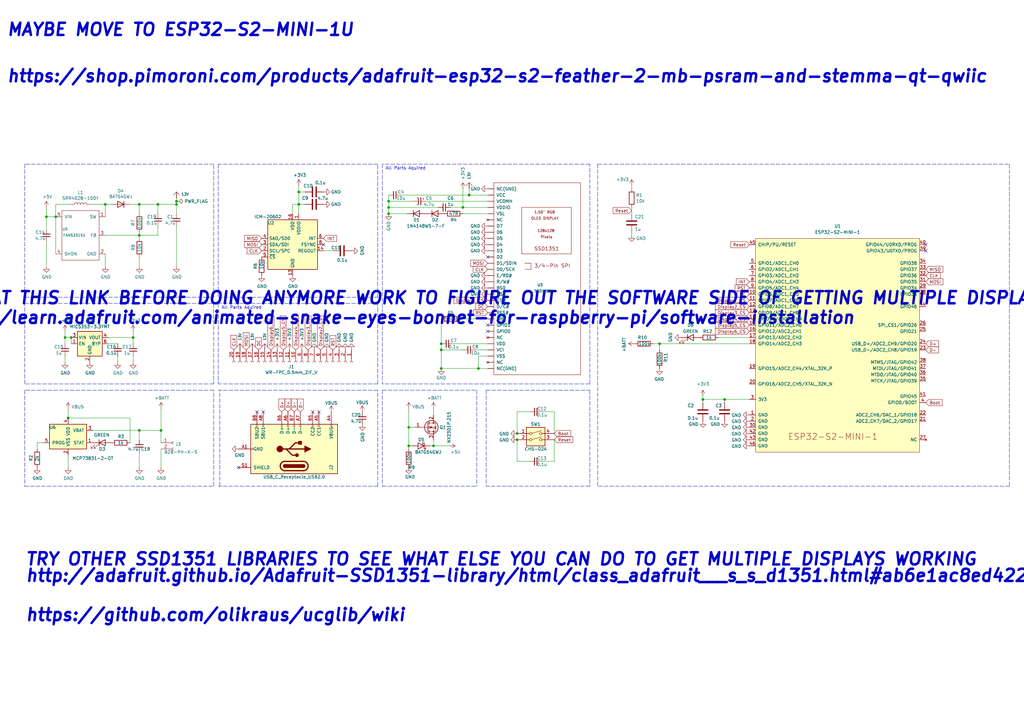
<source format=kicad_sch>
(kicad_sch (version 20211123) (generator eeschema)
  (paper "A3")
  (junction (at 180.975 140.97))
  (junction (at 212.09 180.34))
  (junction (at 189.865 85.09))
  (junction (at 159.385 87.63))
  (junction (at 180.975 151.13))
  (junction (at 297.18 163.83))
  (junction (at 26.67 138.43))
  (junction (at 57.15 176.53))
  (junction (at 167.64 182.88))
  (junction (at 196.215 151.13))
  (junction (at 192.405 80.01))
  (junction (at 212.09 177.8))
  (junction (at 19.05 88.9))
  (junction (at 122.555 83.82))
  (junction (at 64.77 83.82))
  (junction (at 57.15 83.82))
  (junction (at 167.64 175.26))
  (junction (at 159.385 85.09))
  (junction (at 57.15 96.52))
  (junction (at 177.8 182.88))
  (junction (at 159.385 82.55))
  (junction (at 72.39 82.55))
  (junction (at 180.975 143.51))
  (junction (at 122.555 78.74))
  (junction (at 43.18 83.82))
  (junction (at 54.61 138.43))
  (junction (at 288.29 163.83))
  (junction (at 270.51 140.97))
  (junction (at 29.21 138.43))
  (junction (at 22.86 88.9))
  (junction (at 66.04 176.53))
  (junction (at 72.39 83.82))
  (junction (at 27.94 171.45))
  (no_connect (at 132.715 100.33))
  (no_connect (at 97.79 191.77))
  (no_connect (at 200.025 105.41))
  (no_connect (at 379.73 102.87))
  (no_connect (at 379.73 100.33))
  (no_connect (at 200.025 133.35))
  (no_connect (at 107.95 168.91))
  (no_connect (at 105.41 168.91))
  (no_connect (at 128.27 168.91))
  (no_connect (at 130.81 168.91))
  (no_connect (at 200.025 135.89))
  (polyline (pts (xy 10.16 67.31) (xy 10.16 121.92)))
  (polyline (pts (xy 10.16 124.46) (xy 87.63 124.46)))
  (wire (pts (xy 200.025 130.81) (xy 188.595 130.81)))
  (wire (pts (xy 212.09 180.34) (xy 212.09 189.23)))
  (wire (pts (xy 64.77 83.82) (xy 72.39 83.82)))
  (wire (pts (xy 64.77 96.52) (xy 64.77 92.71)))
  (wire (pts (xy 177.8 182.88) (xy 176.53 182.88)))
  (wire (pts (xy 192.405 77.47) (xy 192.405 80.01)))
  (wire (pts (xy 192.405 80.01) (xy 164.465 80.01)))
  (wire (pts (xy 227.33 189.23) (xy 222.25 189.23)))
  (wire (pts (xy 227.33 177.8) (xy 227.33 168.91)))
  (wire (pts (xy 270.51 140.97) (xy 270.51 143.51)))
  (wire (pts (xy 43.18 109.22) (xy 43.18 104.14)))
  (wire (pts (xy 180.975 140.97) (xy 180.975 130.81)))
  (wire (pts (xy 125.095 83.82) (xy 122.555 83.82)))
  (polyline (pts (xy 90.17 199.39) (xy 90.17 160.02)))
  (polyline (pts (xy 156.845 160.02) (xy 195.58 160.02)))
  (polyline (pts (xy 10.16 121.92) (xy 87.63 121.92)))
  (wire (pts (xy 64.77 87.63) (xy 64.77 83.82)))
  (wire (pts (xy 217.17 168.91) (xy 212.09 168.91)))
  (polyline (pts (xy 10.16 160.02) (xy 10.16 199.39)))
  (wire (pts (xy 44.45 138.43) (xy 54.61 138.43)))
  (wire (pts (xy 66.04 191.77) (xy 66.04 184.15)))
  (wire (pts (xy 122.555 83.82) (xy 122.555 87.63)))
  (wire (pts (xy 297.18 163.83) (xy 297.18 165.1)))
  (wire (pts (xy 26.67 140.97) (xy 26.67 138.43)))
  (wire (pts (xy 288.29 163.83) (xy 297.18 163.83)))
  (wire (pts (xy 200.025 143.51) (xy 194.945 143.51)))
  (polyline (pts (xy 199.39 160.02) (xy 241.935 160.02)))
  (polyline (pts (xy 241.935 157.48) (xy 156.845 157.48)))
  (wire (pts (xy 27.94 171.45) (xy 53.34 171.45)))
  (wire (pts (xy 174.625 82.55) (xy 200.025 82.55)))
  (polyline (pts (xy 154.94 121.92) (xy 154.94 67.31)))
  (wire (pts (xy 19.05 109.22) (xy 19.05 99.06)))
  (polyline (pts (xy 154.94 67.31) (xy 89.535 67.31)))
  (polyline (pts (xy 241.935 157.48) (xy 241.935 67.31)))
  (wire (pts (xy 196.215 151.13) (xy 200.025 151.13)))
  (wire (pts (xy 177.8 182.88) (xy 184.15 182.88)))
  (wire (pts (xy 259.08 87.63) (xy 259.08 85.09)))
  (wire (pts (xy 53.34 171.45) (xy 53.34 181.61)))
  (wire (pts (xy 159.385 85.09) (xy 159.385 87.63)))
  (wire (pts (xy 168.91 182.88) (xy 167.64 182.88)))
  (wire (pts (xy 72.39 87.63) (xy 72.39 83.82)))
  (polyline (pts (xy 154.94 199.39) (xy 89.535 199.39)))
  (wire (pts (xy 167.64 184.15) (xy 167.64 182.88)))
  (wire (pts (xy 167.64 182.88) (xy 167.64 175.26)))
  (wire (pts (xy 167.64 175.26) (xy 170.18 175.26)))
  (polyline (pts (xy 154.94 157.48) (xy 89.535 157.48)))
  (wire (pts (xy 54.61 138.43) (xy 54.61 140.97)))
  (wire (pts (xy 66.04 176.53) (xy 66.04 181.61)))
  (wire (pts (xy 53.34 83.82) (xy 57.15 83.82)))
  (polyline (pts (xy 87.63 160.02) (xy 10.16 160.02)))
  (polyline (pts (xy 89.535 124.46) (xy 89.535 157.48)))
  (wire (pts (xy 19.05 85.09) (xy 19.05 88.9)))
  (wire (pts (xy 27.94 167.64) (xy 27.94 171.45)))
  (polyline (pts (xy 89.535 67.31) (xy 89.535 121.92)))
  (wire (pts (xy 57.15 97.79) (xy 57.15 96.52)))
  (wire (pts (xy 212.09 168.91) (xy 212.09 177.8)))
  (wire (pts (xy 192.405 80.01) (xy 200.025 80.01)))
  (polyline (pts (xy 87.63 199.39) (xy 87.63 160.02)))
  (wire (pts (xy 36.83 83.82) (xy 43.18 83.82)))
  (wire (pts (xy 57.15 176.53) (xy 66.04 176.53)))
  (wire (pts (xy 270.51 140.97) (xy 307.34 140.97)))
  (wire (pts (xy 122.555 76.2) (xy 122.555 78.74)))
  (polyline (pts (xy 10.16 157.48) (xy 10.16 124.46)))
  (polyline (pts (xy 241.935 199.39) (xy 199.39 199.39)))
  (wire (pts (xy 19.05 88.9) (xy 19.05 93.98)))
  (wire (pts (xy 132.715 102.87) (xy 136.525 102.87)))
  (polyline (pts (xy 154.94 160.02) (xy 89.535 160.02)))
  (wire (pts (xy 26.67 148.59) (xy 26.67 146.05)))
  (wire (pts (xy 43.18 83.82) (xy 43.18 88.9)))
  (wire (pts (xy 177.8 182.88) (xy 177.8 180.34)))
  (wire (pts (xy 15.24 184.15) (xy 15.24 181.61)))
  (wire (pts (xy 122.555 78.74) (xy 122.555 83.82)))
  (wire (pts (xy 189.865 143.51) (xy 180.975 143.51)))
  (wire (pts (xy 189.865 87.63) (xy 200.025 87.63)))
  (wire (pts (xy 44.45 140.97) (xy 48.26 140.97)))
  (wire (pts (xy 72.39 82.55) (xy 72.39 83.82)))
  (wire (pts (xy 169.545 82.55) (xy 159.385 82.55)))
  (wire (pts (xy 180.975 143.51) (xy 180.975 151.13)))
  (wire (pts (xy 22.86 88.9) (xy 22.86 104.14)))
  (wire (pts (xy 27.94 191.77) (xy 27.94 186.69)))
  (wire (pts (xy 125.095 78.74) (xy 122.555 78.74)))
  (wire (pts (xy 26.67 138.43) (xy 26.67 135.89)))
  (polyline (pts (xy 245.11 67.31) (xy 414.02 67.31)))
  (wire (pts (xy 22.86 83.82) (xy 29.21 83.82)))
  (wire (pts (xy 184.785 85.09) (xy 189.865 85.09)))
  (wire (pts (xy 38.1 176.53) (xy 57.15 176.53)))
  (polyline (pts (xy 87.63 67.31) (xy 10.16 67.31)))
  (wire (pts (xy 57.15 191.77) (xy 57.15 185.42)))
  (wire (pts (xy 189.865 77.47) (xy 189.865 85.09)))
  (wire (pts (xy 196.215 146.05) (xy 196.215 151.13)))
  (wire (pts (xy 200.025 146.05) (xy 196.215 146.05)))
  (wire (pts (xy 43.18 83.82) (xy 45.72 83.82)))
  (polyline (pts (xy 154.94 157.48) (xy 154.94 124.46)))
  (polyline (pts (xy 154.94 124.46) (xy 89.535 124.46)))
  (wire (pts (xy 159.385 82.55) (xy 159.385 80.01)))
  (wire (pts (xy 72.39 81.28) (xy 72.39 82.55)))
  (polyline (pts (xy 414.02 67.31) (xy 414.02 199.39)))
  (polyline (pts (xy 156.845 160.02) (xy 156.845 199.39)))
  (polyline (pts (xy 199.39 160.02) (xy 199.39 199.39)))
  (wire (pts (xy 259.08 96.52) (xy 259.08 95.25)))
  (wire (pts (xy 54.61 148.59) (xy 54.61 146.05)))
  (wire (pts (xy 57.15 96.52) (xy 64.77 96.52)))
  (wire (pts (xy 22.86 88.9) (xy 19.05 88.9)))
  (wire (pts (xy 180.975 143.51) (xy 180.975 140.97)))
  (wire (pts (xy 189.865 85.09) (xy 200.025 85.09)))
  (wire (pts (xy 29.21 138.43) (xy 26.67 138.43)))
  (wire (pts (xy 120.015 83.82) (xy 122.555 83.82)))
  (polyline (pts (xy 156.845 199.39) (xy 195.58 199.39)))
  (wire (pts (xy 57.15 96.52) (xy 57.15 95.25)))
  (polyline (pts (xy 10.16 199.39) (xy 87.63 199.39)))
  (wire (pts (xy 159.385 82.55) (xy 159.385 85.09)))
  (wire (pts (xy 167.64 167.64) (xy 167.64 175.26)))
  (wire (pts (xy 57.15 109.22) (xy 57.15 105.41)))
  (polyline (pts (xy 156.845 67.31) (xy 156.845 157.48)))
  (polyline (pts (xy 241.935 160.02) (xy 241.935 199.39)))
  (polyline (pts (xy 195.58 160.02) (xy 195.58 199.39)))
  (wire (pts (xy 29.21 138.43) (xy 29.21 140.97)))
  (wire (pts (xy 54.61 135.89) (xy 54.61 138.43)))
  (polyline (pts (xy 154.94 199.39) (xy 154.94 160.02)))
  (wire (pts (xy 227.33 168.91) (xy 222.25 168.91)))
  (wire (pts (xy 297.18 163.83) (xy 307.34 163.83)))
  (wire (pts (xy 180.975 151.13) (xy 196.215 151.13)))
  (wire (pts (xy 212.09 189.23) (xy 217.17 189.23)))
  (wire (pts (xy 186.055 140.97) (xy 200.025 140.97)))
  (polyline (pts (xy 89.535 121.92) (xy 154.94 121.92)))
  (wire (pts (xy 288.29 163.83) (xy 288.29 165.1)))
  (wire (pts (xy 57.15 176.53) (xy 57.15 180.34)))
  (polyline (pts (xy 245.11 67.31) (xy 245.11 199.39)))
  (wire (pts (xy 66.04 176.53) (xy 66.04 167.64)))
  (wire (pts (xy 288.29 162.56) (xy 288.29 163.83)))
  (wire (pts (xy 267.97 140.97) (xy 270.51 140.97)))
  (wire (pts (xy 177.8 167.64) (xy 177.8 170.18)))
  (polyline (pts (xy 414.02 199.39) (xy 245.11 199.39)))
  (wire (pts (xy 159.385 85.09) (xy 179.705 85.09)))
  (wire (pts (xy 57.15 83.82) (xy 64.77 83.82)))
  (wire (pts (xy 48.26 148.59) (xy 48.26 146.05)))
  (wire (pts (xy 159.385 87.63) (xy 167.005 87.63)))
  (wire (pts (xy 227.33 180.34) (xy 227.33 189.23)))
  (wire (pts (xy 259.08 77.47) (xy 259.08 76.2)))
  (wire (pts (xy 294.64 138.43) (xy 307.34 138.43)))
  (wire (pts (xy 57.15 83.82) (xy 57.15 87.63)))
  (wire (pts (xy 72.39 109.22) (xy 72.39 92.71)))
  (wire (pts (xy 15.24 181.61) (xy 17.78 181.61)))
  (polyline (pts (xy 241.935 67.31) (xy 156.845 67.31)))
  (wire (pts (xy 22.86 88.9) (xy 22.86 83.82)))
  (polyline (pts (xy 87.63 124.46) (xy 87.63 157.48)))
  (wire (pts (xy 43.18 96.52) (xy 57.15 96.52)))
  (polyline (pts (xy 87.63 121.92) (xy 87.63 67.31)))
  (wire (pts (xy 120.015 87.63) (xy 120.015 83.82)))
  (polyline (pts (xy 87.63 157.48) (xy 10.16 157.48)))
  (text "WHERE SHOULD DC, INT AND RST GO" (at 422.91 232.41 0) (effects (font (size 5 5) (thickness 1) bold italic) (justify left bottom)))
  (text "DOES DISPLAY CONNECTOR HAVE PINS ON BOTH TOP AND BOTTOM,\nIF NOT CHECK AS DISPLAY FLEX CABLE IS FACING UP" (at 422.91 113.03 0) (effects (font (size 5 5) (thickness 1) bold italic) (justify left bottom)))
  (text "TRY OTHER SSD1351 LIBRARIES TO SEE WHAT ELSE YOU CAN DO TO GET MULTIPLE DISPLAYS WORKING" (at 10.16 232.41 0) (effects (font (size 5 5) (thickness 1) bold italic) (justify left bottom)))
  (text "DOUBLE CHECK Autoprogram is the same as one on ESP32 Devboard, where the buttons dont\ninterfere with the autoprogramming from the usb" (at 422.91 88.9 0) (effects (font (size 5 5) (thickness 1) bold italic) (justify left bottom)))
  (text "https://shop.pimoroni.com/products/adafruit-esp32-s2-feather-2-mb-psram-and-stemma-qt-qwiic" (at 2.54 34.29 0) (effects (font (size 5 5) (thickness 1) bold italic) (justify left bottom)))
  (text "LOOK AT THIS LINK BEFORE DOING ANYMORE WORK TO FIGURE OUT THE SOFTWARE SIDE OF GETTING MULTIPLE DISPLAYS WORKING AT ONCE\nhttps://learn.adafruit.com/animated-snake-eyes-bonnet-for-raspberry-pi/software-installation" (at -27.94 133.35 0) (effects (font (size 5 5) (thickness 1) bold italic) (justify left bottom)))
  (text "LC709203 TO MONITOR BATTER AND BATTERY PERCENTAGE. IT CAN BE USED OVER I2C" (at 422.91 251.46 0) (effects (font (size 5 5) (thickness 1) bold italic) (justify left bottom)))
  (text "All Parts Aquired" (at 90.805 127 0) (effects (font (size 1.27 1.27)) (justify left bottom)))
  (text "HOW MUCH VOLTAGE/CURRENT CAN THE ANALOG\nPINS TAKE FROM THE BATTERRY TO MEASURE CAPACITY\n" (at 422.91 173.99 0) (effects (font (size 5 5) (thickness 1) bold italic) (justify left bottom)))
  (text "DOUBLE CHECK DISPLAY CONNECTOR/BOARD CONNECTORS ARE CORRECT" (at 422.91 63.5 0) (effects (font (size 5 5) (thickness 1) bold italic) (justify left bottom)))
  (text "http://adafruit.github.io/Adafruit-SSD1351-library/html/class_adafruit___s_s_d1351.html#ab6e1ac8ed42279367c60977c8bf3fb4f\n\nhttps://github.com/olikraus/ucglib/wiki" (at 10.16 255.27 0) (effects (font (size 5 5) (thickness 1) bold italic) (justify left bottom)))
  (text "ADD INTERNAL LED TO USE AS HELLO WORLD" (at 422.91 215.9 0) (effects (font (size 5 5) (thickness 1) bold italic) (justify left bottom)))
  (text "MAYBE MOVE TO ESP32-S2-MINI-1U" (at 2.54 15.24 0) (effects (font (size 5 5) (thickness 1) bold italic) (justify left bottom)))
  (text "All Parts Aquired" (at 158.115 69.85 0) (effects (font (size 1.27 1.27)) (justify left bottom)))
  (text "DO THE CC PINS ON USB NEED TO BE INCLUDED?" (at 422.91 148.59 0) (effects (font (size 5 5) (thickness 1) bold italic) (justify left bottom)))
  (text "https://docs.espressif.com/projects/esp-idf/en/latest/esp32s2/api-reference/peripherals/spi_master.html#overview-of-esp32-s2-s-spi-peripherals\n\nSPI2 HAS 6 CS PINS, THEN USE SPI3 FOR ICM20602\n\n" (at 1.27 -3.81 0) (effects (font (size 5 5) (thickness 1) bold italic) (justify left bottom)))
  (global_label "Display2_CS" (shape input) (at 307.34 125.73 180) (property "Intersheet References" "${INTERSHEET_REFS}" (effects hide)))
  (global_label "Display4_CS" (shape input) (at 307.34 130.81 180) (property "Intersheet References" "${INTERSHEET_REFS}" (effects hide)))
  (global_label "Display6_CS" (shape input) (at 307.34 135.89 180) (property "Intersheet References" "${INTERSHEET_REFS}" (effects hide)))
  (global_label "D+" (shape input) (at 118.11 168.91 90) (property "Intersheet References" "${INTERSHEET_REFS}" (effects hide)))
  (global_label "D-" (shape input) (at 379.73 143.51 0) (property "Intersheet References" "${INTERSHEET_REFS}" (effects hide)))
  (global_label "Display6_CS" (shape input) (at 111.125 143.51 90) (property "Intersheet References" "${INTERSHEET_REFS}" (effects hide)))
  (global_label "MOSI" (shape input) (at 200.025 107.95 180) (property "Intersheet References" "${INTERSHEET_REFS}" (effects hide)))
  (global_label "D-" (shape input) (at 123.19 168.91 90) (property "Intersheet References" "${INTERSHEET_REFS}" (effects hide)))
  (global_label "MOSI" (shape input) (at 100.965 143.51 90) (property "Intersheet References" "${INTERSHEET_REFS}" (effects hide)))
  (global_label "DC" (shape input) (at 200.025 125.73 180) (property "Intersheet References" "${INTERSHEET_REFS}" (effects hide)))
  (global_label "D-" (shape input) (at 120.65 168.91 90) (property "Intersheet References" "${INTERSHEET_REFS}" (effects hide)))
  (global_label "MOSI" (shape input) (at 107.315 100.33 180) (property "Intersheet References" "${INTERSHEET_REFS}" (effects hide)))
  (global_label "INT" (shape input) (at 132.715 97.79 0) (property "Intersheet References" "${INTERSHEET_REFS}" (effects hide)))
  (global_label "CLK" (shape input) (at 95.885 143.51 90) (property "Intersheet References" "${INTERSHEET_REFS}" (effects hide)))
  (global_label "CLK" (shape input) (at 107.315 102.87 180) (property "Intersheet References" "${INTERSHEET_REFS}" (effects hide)))
  (global_label "CLK" (shape input) (at 200.025 110.49 180) (property "Intersheet References" "${INTERSHEET_REFS}" (effects hide)))
  (global_label "Display1_CS" (shape input) (at 307.34 123.19 180) (property "Intersheet References" "${INTERSHEET_REFS}" (effects hide)))
  (global_label "CLK" (shape input) (at 379.73 113.03 0) (property "Intersheet References" "${INTERSHEET_REFS}" (effects hide)))
  (global_label "D+" (shape input) (at 379.73 140.97 0) (property "Intersheet References" "${INTERSHEET_REFS}" (effects hide)))
  (global_label "Boot" (shape input) (at 227.33 177.8 0) (property "Intersheet References" "${INTERSHEET_REFS}" (effects hide)))
  (global_label "DC" (shape input) (at 307.34 120.65 180) (property "Intersheet References" "${INTERSHEET_REFS}" (effects hide)))
  (global_label "D+" (shape input) (at 115.57 168.91 90) (property "Intersheet References" "${INTERSHEET_REFS}" (effects hide)))
  (global_label "Display2_CS" (shape input) (at 131.445 143.51 90) (property "Intersheet References" "${INTERSHEET_REFS}" (effects hide)))
  (global_label "Display4_CS" (shape input) (at 121.285 143.51 90) (property "Intersheet References" "${INTERSHEET_REFS}" (effects hide)))
  (global_label "Reset" (shape input) (at 227.33 180.34 0) (property "Intersheet References" "${INTERSHEET_REFS}" (effects hide)))
  (global_label "Display5_CS" (shape input) (at 116.205 143.51 90) (property "Intersheet References" "${INTERSHEET_REFS}" (effects hide)))
  (global_label "DC" (shape input) (at 106.045 143.51 90) (property "Intersheet References" "${INTERSHEET_REFS}" (effects hide)))
  (global_label "Display3_CS" (shape input) (at 126.365 143.51 90) (property "Intersheet References" "${INTERSHEET_REFS}" (effects hide)))
  (global_label "Display1_CS" (shape input) (at 200.025 123.19 180) (property "Intersheet References" "${INTERSHEET_REFS}" (effects hide)))
  (global_label "Boot" (shape input) (at 379.73 165.1 0) (property "Intersheet References" "${INTERSHEET_REFS}" (effects hide)))
  (global_label "RST" (shape input) (at 200.025 128.27 180) (property "Intersheet References" "${INTERSHEET_REFS}" (effects hide)))
  (global_label "INT" (shape input) (at 307.34 115.57 180) (property "Intersheet References" "${INTERSHEET_REFS}" (effects hide)))
  (global_label "MOSI" (shape input) (at 379.73 115.57 0) (property "Intersheet References" "${INTERSHEET_REFS}" (effects hide)))
  (global_label "Display5_CS" (shape input) (at 307.34 133.35 180) (property "Intersheet References" "${INTERSHEET_REFS}" (effects hide)))
  (global_label "RST" (shape input) (at 136.525 143.51 90) (property "Intersheet References" "${INTERSHEET_REFS}" (effects hide)))
  (global_label "Reset" (shape input) (at 307.34 100.33 180) (property "Intersheet References" "${INTERSHEET_REFS}" (effects hide)))
  (global_label "MISO" (shape input) (at 379.73 110.49 0) (property "Intersheet References" "${INTERSHEET_REFS}" (effects hide)))
  (global_label "Display3_CS" (shape input) (at 307.34 128.27 180) (property "Intersheet References" "${INTERSHEET_REFS}" (effects hide)))
  (global_label "Reset" (shape input) (at 259.08 86.36 180) (property "Intersheet References" "${INTERSHEET_REFS}" (effects hide)))
  (global_label "MISO" (shape input) (at 107.315 97.79 180) (property "Intersheet References" "${INTERSHEET_REFS}" (effects hide)))
  (global_label "RST" (shape input) (at 307.34 118.11 180) (property "Intersheet References" "${INTERSHEET_REFS}" (effects hide)))
  (symbol (lib_id "D1(Motherboard)-rescue:4DOLED-282815-Adafruit_1.5_128x128_RGB_OLED-eagle-import") (at 220.345 113.03 0) (unit 1)
    (property "Reference" "U3" (at 220.345 116.84 0) (effects (font (size 1.0668 1.0668)) (justify left)))
    (property "Value" "SSD1351" (at 219.075 119.38 0) (effects (font (size 1.0668 1.0668)) (justify left)))
    (property "Footprint" "D1(Motherboard):WR-FPC_0.5mm_ZIF_H" (effects hide))
  )
  (symbol (lib_id "Device:C") (at 140.335 102.87 270) (unit 1)
    (property "Reference" "C11" (at 137.795 101.6 90))
    (property "Value" "0.1u" (at 140.335 106.68 90))
    (property "Footprint" "Capacitor_SMD:C_0603_1608Metric" (effects hide))
  )
  (symbol (lib_id "power:GND") (at 144.145 102.87 90) (unit 1)
    (property "Reference" "#PWR0119" (effects hide))
    (property "Value" "GND" (at 148.5392 102.743 0))
  )
  (symbol (lib_id "power:GND") (at 132.715 78.74 90) (unit 1)
    (property "Reference" "#PWR0120" (effects hide))
    (property "Value" "GND" (at 137.795 78.74 90))
  )
  (symbol (lib_id "power:+3.3V") (at 118.745 143.51 0) (unit 1)
    (property "Reference" "#PWR0112" (effects hide))
    (property "Value" "+3.3V" (at 118.745 137.16 90))
  )
  (symbol (lib_id "power:+3.3V") (at 113.665 143.51 0) (unit 1)
    (property "Reference" "#PWR0114" (effects hide))
    (property "Value" "+3.3V" (at 113.665 137.16 90))
  )
  (symbol (lib_id "Device:C") (at 128.905 78.74 270) (unit 1)
    (property "Reference" "C10" (at 126.365 76.2 90))
    (property "Value" "0.1u" (at 131.445 74.93 90))
    (property "Footprint" "Capacitor_SMD:C_0603_1608Metric" (effects hide))
  )
  (symbol (lib_id "power:GND") (at 107.315 113.03 0) (unit 1)
    (property "Reference" "#PWR0117" (effects hide))
    (property "Value" "GND" (at 107.442 117.4242 0))
  )
  (symbol (lib_id "power:GND") (at 200.025 120.65 270) (unit 1)
    (property "Reference" "#PWR0102" (effects hide))
    (property "Value" "GND" (at 194.945 120.65 90))
  )
  (symbol (lib_id "power:GND") (at 200.025 118.11 270) (unit 1)
    (property "Reference" "#PWR0101" (effects hide))
    (property "Value" "GND" (at 194.945 118.11 90))
  )
  (symbol (lib_id "Device:C_Small") (at 183.515 140.97 270) (unit 1)
    (property "Reference" "C7" (at 186.055 139.7 90))
    (property "Value" "0.1u" (at 186.055 142.24 90))
    (property "Footprint" "Capacitor_SMD:C_0603_1608Metric" (effects hide))
  )
  (symbol (lib_id "Device:C_Small") (at 192.405 143.51 270) (unit 1)
    (property "Reference" "C8" (at 194.945 142.24 90))
    (property "Value" "10u" (at 194.945 144.78 90))
    (property "Footprint" "Capacitor_SMD:C_0603_1608Metric" (effects hide))
  )
  (symbol (lib_id "Device:R") (at 184.785 130.81 270) (unit 1)
    (property "Reference" "R5" (at 184.785 128.27 90))
    (property "Value" "560k" (at 184.785 130.81 90))
    (property "Footprint" "Resistor_SMD:R_0603_1608Metric" (effects hide))
  )
  (symbol (lib_id "power:GND") (at 180.975 151.13 0) (unit 1)
    (property "Reference" "#PWR0103" (effects hide))
    (property "Value" "GND" (at 180.975 154.94 0))
  )
  (symbol (lib_id "power:+3.3V") (at 189.865 77.47 0) (unit 1)
    (property "Reference" "#PWR0105" (effects hide))
    (property "Value" "+3.3V" (at 189.865 71.12 90))
  )
  (symbol (lib_id "power:GND") (at 200.025 77.47 270) (unit 1)
    (property "Reference" "#PWR0104" (effects hide))
    (property "Value" "GND" (at 194.945 77.47 90))
  )
  (symbol (lib_name "C_Small_1") (lib_id "Device:C_Small") (at 161.925 80.01 270) (unit 1)
    (property "Reference" "C4" (at 164.465 78.74 90))
    (property "Value" "10u" (at 164.465 81.28 90))
    (property "Footprint" "Capacitor_SMD:C_0603_1608Metric" (effects hide))
  )
  (symbol (lib_id "Device:C_Small") (at 182.245 85.09 270) (unit 1)
    (property "Reference" "C6" (at 184.785 81.28 90))
    (property "Value" "1u" (at 184.785 83.82 90))
    (property "Footprint" "Capacitor_SMD:C_0603_1608Metric" (effects hide))
  )
  (symbol (lib_id "Device:D") (at 170.815 87.63 0) (unit 1)
    (property "Reference" "D1" (at 170.815 90.17 0))
    (property "Value" "1N4148WS-7-F" (at 174.625 92.71 0))
    (property "Footprint" "Diode_SMD:D_SOD-323" (effects hide))
  )
  (symbol (lib_id "Device:D") (at 178.435 87.63 0) (unit 1)
    (property "Reference" "D2" (at 178.435 90.17 0))
    (property "Value" "1N4148WS-7-F" (effects hide))
    (property "Footprint" "Diode_SMD:D_SOD-323" (effects hide))
  )
  (symbol (lib_id "Device:R") (at 186.055 87.63 270) (unit 1)
    (property "Reference" "R4" (at 186.055 90.17 90))
    (property "Value" "47R" (at 186.055 87.63 90))
    (property "Footprint" "Resistor_SMD:R_0603_1608Metric" (effects hide))
  )
  (symbol (lib_id "power:GND") (at 159.385 87.63 0) (unit 1)
    (property "Reference" "#PWR0106" (effects hide))
    (property "Value" "GND" (at 159.385 92.71 90))
  )
  (symbol (lib_id "Connector:Conn_01x20_Female") (at 121.285 148.59 270) (unit 1)
    (property "Reference" "J1" (at 119.507 150.4442 90))
    (property "Value" "WR-FPC_0.5mm_ZIF_V" (at 119.507 152.7556 90))
    (property "Footprint" "D1(Motherboard):WR-FPC_0.50_SMT_ZIF_V" (effects hide))
  )
  (symbol (lib_id "power:+3.3V") (at 122.555 76.2 0) (unit 1)
    (property "Reference" "#PWR0107" (effects hide))
    (property "Value" "+3.3V" (at 122.936 71.8058 0))
  )
  (symbol (lib_id "Device:C") (at 128.905 83.82 270) (unit 1)
    (property "Reference" "C9" (at 123.825 81.28 90) (effects (justify left)))
    (property "Value" "4.7u" (at 130.175 81.28 90) (effects (justify left)))
    (property "Footprint" "Capacitor_SMD:C_0603_1608Metric" (effects hide))
  )
  (symbol (lib_id "Device:R") (at 107.315 109.22 0) (unit 1)
    (property "Reference" "R6" (at 104.775 110.49 90) (effects (justify left)))
    (property "Value" "10k" (at 107.315 110.49 90) (effects (justify left)))
    (property "Footprint" "Resistor_SMD:R_0603_1608Metric" (effects hide))
  )
  (symbol (lib_id "power:GND") (at 200.025 115.57 270) (unit 1)
    (property "Reference" "#PWR0131" (effects hide))
    (property "Value" "GND" (at 194.945 115.57 90))
  )
  (symbol (lib_id "power:GND") (at 200.025 113.03 270) (unit 1)
    (property "Reference" "#PWR0133" (effects hide))
    (property "Value" "GND" (at 194.945 113.03 90))
  )
  (symbol (lib_id "power:GND") (at 200.025 102.87 270) (unit 1)
    (property "Reference" "#PWR0134" (effects hide))
    (property "Value" "GND" (at 194.945 102.87 90))
  )
  (symbol (lib_id "power:GND") (at 200.025 100.33 270) (unit 1)
    (property "Reference" "#PWR0135" (effects hide))
    (property "Value" "GND" (at 194.945 100.33 90))
  )
  (symbol (lib_id "power:GND") (at 200.025 97.79 270) (unit 1)
    (property "Reference" "#PWR0136" (effects hide))
    (property "Value" "GND" (at 194.945 97.79 90))
  )
  (symbol (lib_id "power:GND") (at 200.025 95.25 270) (unit 1)
    (property "Reference" "#PWR0137" (effects hide))
    (property "Value" "GND" (at 194.945 95.25 90))
  )
  (symbol (lib_id "power:GND") (at 200.025 92.71 270) (unit 1)
    (property "Reference" "#PWR0138" (effects hide))
    (property "Value" "GND" (at 194.945 92.71 90))
  )
  (symbol (lib_id "power:GND") (at 128.905 143.51 180) (unit 1)
    (property "Reference" "#PWR0139" (effects hide))
    (property "Value" "GND" (at 128.905 138.43 90))
  )
  (symbol (lib_id "Sensor_Motion:ICM-20602") (at 120.015 100.33 0) (unit 1)
    (property "Reference" "U2" (at 111.125 91.44 0))
    (property "Value" "ICM-20602" (at 109.855 88.9 0))
    (property "Footprint" "Package_LGA:LGA-16_3x3mm_P0.5mm_LayoutBorder3x5y" (effects hide))
    (property "Datasheet" "http://www.invensense.com/wp-content/uploads/2016/10/DS-000176-ICM-20602-v1.0.pdf" (effects hide))
  )
  (symbol (lib_id "Switch:SW_DIP_x02") (at 219.71 180.34 0) (unit 1)
    (property "Reference" "SW1" (at 219.71 173.99 0))
    (property "Value" "CHS-02A" (at 219.71 184.15 0))
    (property "Footprint" "Button_Switch_SMD:SW_DIP_SPSTx02_Slide_Copal_CHS-02A_W5.08mm_P1.27mm_JPin" (effects hide))
  )
  (symbol (lib_id "Device:C_Small") (at 219.71 168.91 270) (unit 1)
    (property "Reference" "C12" (at 222.25 167.64 90))
    (property "Value" "0.1u" (at 222.25 170.18 90))
    (property "Footprint" "Capacitor_SMD:C_0603_1608Metric" (effects hide))
  )
  (symbol (lib_id "Device:C_Small") (at 219.71 189.23 270) (unit 1)
    (property "Reference" "C13" (at 222.25 187.96 90))
    (property "Value" "0.1u" (at 222.25 190.5 90))
    (property "Footprint" "Capacitor_SMD:C_0603_1608Metric" (effects hide))
  )
  (symbol (lib_id "power:GND") (at 212.09 177.8 270) (unit 1)
    (property "Reference" "#PWR0110" (effects hide))
    (property "Value" "GND" (at 208.8388 177.927 90) (effects (justify right)))
  )
  (symbol (lib_id "power:GND") (at 212.09 180.34 270) (unit 1)
    (property "Reference" "#PWR0118" (effects hide))
    (property "Value" "GND" (at 208.8388 180.467 90) (effects (justify right)))
  )
  (symbol (lib_id "power:GND") (at 132.715 83.82 90) (unit 1)
    (property "Reference" "#PWR0108" (effects hide))
    (property "Value" "GND" (at 137.795 83.82 90))
  )
  (symbol (lib_id "power:GND") (at 120.015 113.03 0) (unit 1)
    (property "Reference" "#PWR0109" (effects hide))
    (property "Value" "GND" (at 120.142 117.4242 0))
  )
  (symbol (lib_id "D1(Motherboard)-rescue:FAN5331-Adafruit_1.5_128x128_RGB_OLED-eagle-import") (at 33.02 96.52 0) (unit 1)
    (property "Reference" "U5" (at 26.67 93.98 0) (effects (font (size 1.0668 1.0668))))
    (property "Value" "FAN5331SX" (at 30.48 96.52 0) (effects (font (size 1.0668 1.0668))))
    (property "Footprint" "Package_TO_SOT_SMD:SOT-23-5" (effects hide))
  )
  (symbol (lib_id "D1(Motherboard)-rescue:13V-Adafruit_1.5_128x128_RGB_OLED-eagle-import") (at 98.425 140.97 0) (unit 1)
    (property "Reference" "#U0101" (effects hide))
    (property "Value" "13V" (at 98.425 139.7 90) (effects (font (size 1.0668 1.0668)) (justify left)))
  )
  (symbol (lib_id "D1(Motherboard)-rescue:13V-Adafruit_1.5_128x128_RGB_OLED-eagle-import") (at 103.505 140.97 0) (unit 1)
    (property "Reference" "#U0102" (effects hide))
    (property "Value" "13V" (at 103.505 139.7 90) (effects (font (size 1.0668 1.0668)) (justify left)))
  )
  (symbol (lib_id "Regulator_Linear:MIC5353-3.3YMT") (at 36.83 140.97 0) (unit 1)
    (property "Reference" "U4" (at 36.83 131.6482 0))
    (property "Value" "MIC5353-3.3YMT" (at 36.83 133.9596 0))
    (property "Footprint" "Package_DFN_QFN:MLF-6-1EP_1.6x1.6mm_P0.5mm_EP0.5x1.26mm" (effects hide))
    (property "Datasheet" "http://ww1.microchip.com/downloads/en/DeviceDoc/mic5353.pdf" (effects hide))
  )
  (symbol (lib_id "Battery_Management:MCP73831-2-OT") (at 27.94 179.07 0) (unit 1)
    (property "Reference" "U6" (at 21.59 175.26 0))
    (property "Value" "MCP73831-2-OT" (at 38.1 187.96 0))
    (property "Footprint" "Package_TO_SOT_SMD:SOT-23-5" (effects hide))
    (property "Datasheet" "http://ww1.microchip.com/downloads/en/DeviceDoc/20001984g.pdf" (effects hide))
  )
  (symbol (lib_id "Connector:Conn_01x02_Female") (at 71.12 181.61 0) (unit 1)
    (property "Reference" "J3" (at 71.8312 182.2196 0) (effects (justify left)))
    (property "Value" "B2B-PH-K-S" (at 67.31 185.42 0) (effects (justify left)))
    (property "Footprint" "Connector_JST:JST_PH_B2B-PH-K_1x02_P2.00mm_Vertical" (effects hide))
  )
  (symbol (lib_id "D1(Motherboard)-rescue:13V-Adafruit_1.5_128x128_RGB_OLED-eagle-import") (at 192.405 74.93 0) (unit 1)
    (property "Reference" "#U0103" (effects hide))
    (property "Value" "13V" (at 192.405 73.66 90) (effects (font (size 1.0668 1.0668)) (justify left)))
  )
  (symbol (lib_id "Device:R") (at 15.24 187.96 0) (unit 1)
    (property "Reference" "R2" (at 12.7 189.23 90) (effects (justify left)))
    (property "Value" "2k" (at 15.24 189.23 90) (effects (justify left)))
    (property "Footprint" "Resistor_SMD:R_0603_1608Metric" (effects hide))
  )
  (symbol (lib_id "power:GND") (at 15.24 191.77 0) (unit 1)
    (property "Reference" "#PWR0128" (effects hide))
    (property "Value" "GND" (at 15.367 196.1642 0))
  )
  (symbol (lib_id "Device:R") (at 49.53 181.61 270) (unit 1)
    (property "Reference" "R3" (at 48.26 179.07 90) (effects (justify left)))
    (property "Value" "1k" (at 48.26 181.61 90) (effects (justify left)))
    (property "Footprint" "Resistor_SMD:R_0603_1608Metric" (effects hide))
  )
  (symbol (lib_id "Device:D_Schottky") (at 172.72 182.88 180) (unit 1)
    (property "Reference" "D5" (at 171.45 180.34 0) (effects (justify right)))
    (property "Value" "BATG54GWJ" (at 170.18 185.42 0) (effects (justify right)))
    (property "Footprint" "Diode_SMD:D_SOD-123" (effects hide))
  )
  (symbol (lib_id "Device:Q_PMOS_GDS") (at 175.26 175.26 0) (unit 1)
    (property "Reference" "Q1" (at 181.61 175.26 0))
    (property "Value" "NX2301P.215" (at 184.15 175.26 90))
    (property "Footprint" "Package_TO_SOT_SMD:SOT-23" (effects hide))
  )
  (symbol (lib_id "Device:R") (at 167.64 187.96 180) (unit 1)
    (property "Reference" "R9" (at 170.18 191.77 0) (effects (justify left)))
    (property "Value" "100k" (at 167.64 185.42 90) (effects (justify left)))
    (property "Footprint" "Resistor_SMD:R_0603_1608Metric" (effects hide))
  )
  (symbol (lib_id "Device:LED") (at 41.91 181.61 0) (unit 1)
    (property "Reference" "D3" (at 41.91 184.15 0))
    (property "Value" "GREEN" (at 41.7322 178.4096 0))
    (property "Footprint" "LED_SMD:LED_0603_1608Metric" (effects hide))
  )
  (symbol (lib_id "power:GND") (at 133.985 143.51 180) (unit 1)
    (property "Reference" "#PWR0123" (effects hide))
    (property "Value" "GND" (at 133.985 138.43 90))
  )
  (symbol (lib_id "power:GND") (at 139.065 143.51 180) (unit 1)
    (property "Reference" "#PWR0124" (effects hide))
    (property "Value" "GND" (at 139.065 138.43 90))
  )
  (symbol (lib_id "power:GND") (at 141.605 143.51 180) (unit 1)
    (property "Reference" "#PWR0125" (effects hide))
    (property "Value" "GND" (at 141.605 138.43 90))
  )
  (symbol (lib_id "power:GND") (at 144.145 143.51 180) (unit 1)
    (property "Reference" "#PWR0126" (effects hide))
    (property "Value" "GND" (at 144.145 138.43 90))
  )
  (symbol (lib_id "D1(Motherboard)-rescue:13V-Adafruit_1.5_128x128_RGB_OLED-eagle-import") (at 108.585 140.97 0) (unit 1)
    (property "Reference" "#U0104" (effects hide))
    (property "Value" "13V" (at 108.585 139.7 90) (effects (font (size 1.0668 1.0668)) (justify left)))
  )
  (symbol (lib_id "power:GND") (at 27.94 191.77 0) (unit 1)
    (property "Reference" "#PWR0129" (effects hide))
    (property "Value" "GND" (at 28.067 196.1642 0))
  )
  (symbol (lib_id "power:+3.3V") (at 123.825 143.51 0) (unit 1)
    (property "Reference" "#PWR0111" (effects hide))
    (property "Value" "+3.3V" (at 123.825 137.16 90))
  )
  (symbol (lib_id "Device:C_Small") (at 57.15 182.88 180) (unit 1)
    (property "Reference" "C18" (at 59.69 184.15 0))
    (property "Value" "4.7u" (at 54.61 184.15 0))
    (property "Footprint" "Capacitor_SMD:C_0603_1608Metric" (effects hide))
  )
  (symbol (lib_id "power:GND") (at 57.15 191.77 0) (unit 1)
    (property "Reference" "#PWR0130" (effects hide))
    (property "Value" "GND" (at 57.277 196.1642 0))
  )
  (symbol (lib_id "power:+5V") (at 184.15 182.88 270) (unit 1)
    (property "Reference" "#PWR0132" (effects hide))
    (property "Value" "+5V" (at 184.785 185.42 90) (effects (justify left)))
  )
  (symbol (lib_id "power:+5V") (at 26.67 135.89 0) (unit 1)
    (property "Reference" "#PWR0140" (effects hide))
    (property "Value" "+5V" (at 27.051 131.4958 0))
  )
  (symbol (lib_id "Device:C_Small") (at 26.67 143.51 180) (unit 1)
    (property "Reference" "C15" (at 24.13 142.24 0))
    (property "Value" "1u" (at 24.13 144.78 0))
    (property "Footprint" "Capacitor_SMD:C_0603_1608Metric" (effects hide))
  )
  (symbol (lib_id "Device:C_Small") (at 48.26 143.51 180) (unit 1)
    (property "Reference" "C16" (at 45.72 142.24 0))
    (property "Value" "0.1u" (at 45.72 144.78 0))
    (property "Footprint" "Capacitor_SMD:C_0603_1608Metric" (effects hide))
  )
  (symbol (lib_id "Device:C_Small") (at 54.61 143.51 180) (unit 1)
    (property "Reference" "C17" (at 52.07 142.24 0))
    (property "Value" "1u" (at 52.07 144.78 0))
    (property "Footprint" "Capacitor_SMD:C_0603_1608Metric" (effects hide))
  )
  (symbol (lib_id "power:GND") (at 26.67 148.59 0) (unit 1)
    (property "Reference" "#PWR0141" (effects hide))
    (property "Value" "GND" (at 26.797 152.9842 0))
  )
  (symbol (lib_id "power:GND") (at 36.83 148.59 0) (unit 1)
    (property "Reference" "#PWR0142" (effects hide))
    (property "Value" "GND" (at 36.957 152.9842 0))
  )
  (symbol (lib_id "power:GND") (at 48.26 148.59 0) (unit 1)
    (property "Reference" "#PWR0143" (effects hide))
    (property "Value" "GND" (at 48.387 152.9842 0))
  )
  (symbol (lib_id "power:GND") (at 54.61 148.59 0) (unit 1)
    (property "Reference" "#PWR0144" (effects hide))
    (property "Value" "GND" (at 54.737 152.9842 0))
  )
  (symbol (lib_id "power:+3.3V") (at 54.61 135.89 0) (unit 1)
    (property "Reference" "#PWR0145" (effects hide))
    (property "Value" "+3.3V" (at 54.991 131.4958 0))
  )
  (symbol (lib_id "power:+5V") (at 19.05 85.09 0) (unit 1)
    (property "Reference" "#PWR0146" (effects hide))
    (property "Value" "+5V" (at 19.431 80.6958 0))
  )
  (symbol (lib_id "Device:C_Small") (at 19.05 96.52 180) (unit 1)
    (property "Reference" "C14" (at 16.51 95.25 0))
    (property "Value" "4.7u" (at 16.51 97.79 0))
    (property "Footprint" "Capacitor_SMD:C_0603_1608Metric" (effects hide))
  )
  (symbol (lib_id "Device:D") (at 49.53 83.82 180) (unit 1)
    (property "Reference" "D4" (at 49.53 78.3082 0))
    (property "Value" "BAT54GWJ" (at 49.53 80.6196 0))
    (property "Footprint" "Diode_SMD:D_SOD-123" (effects hide))
  )
  (symbol (lib_id "Device:L") (at 33.02 83.82 90) (unit 1)
    (property "Reference" "L1" (at 33.02 78.994 90))
    (property "Value" "SRR4028-100Y" (at 33.02 81.3054 90))
    (property "Footprint" "D1(Motherboard):L_Bourns-SRN4028" (effects hide))
  )
  (symbol (lib_id "Device:R") (at 57.15 91.44 0) (unit 1)
    (property "Reference" "R7" (at 54.61 92.71 90) (effects (justify left)))
    (property "Value" "100k" (at 57.15 93.98 90) (effects (justify left)))
    (property "Footprint" "Resistor_SMD:R_0603_1608Metric" (effects hide))
  )
  (symbol (lib_id "Device:R") (at 57.15 101.6 0) (unit 1)
    (property "Reference" "R8" (at 54.61 102.87 90) (effects (justify left)))
    (property "Value" "10k" (at 57.15 101.6 90))
    (property "Footprint" "Resistor_SMD:R_0603_1608Metric" (effects hide))
  )
  (symbol (lib_id "Device:C_Small") (at 64.77 90.17 180) (unit 1)
    (property "Reference" "C19" (at 62.23 88.9 0))
    (property "Value" "0.1u" (at 62.23 91.44 0))
    (property "Footprint" "Capacitor_SMD:C_0603_1608Metric" (effects hide))
  )
  (symbol (lib_id "D1(Motherboard)-rescue:13V-Adafruit_1.5_128x128_RGB_OLED-eagle-import") (at 72.39 78.74 0) (unit 1)
    (property "Reference" "#0101" (effects hide))
    (property "Value" "13V" (at 74.3712 79.6798 0) (effects (font (size 1.0668 1.0668)) (justify left)))
  )
  (symbol (lib_id "power:PWR_FLAG") (at 72.39 82.55 270) (unit 1)
    (property "Reference" "#FLG0101" (effects hide))
    (property "Value" "PWR_FLAG" (at 75.6412 82.55 90) (effects (justify left)))
  )
  (symbol (lib_id "power:GND") (at 19.05 109.22 0) (unit 1)
    (property "Reference" "#PWR0147" (effects hide))
    (property "Value" "GND" (at 19.177 113.6142 0))
  )
  (symbol (lib_id "power:GND") (at 43.18 109.22 0) (unit 1)
    (property "Reference" "#PWR0148" (effects hide))
    (property "Value" "GND" (at 43.307 113.6142 0))
  )
  (symbol (lib_id "power:GND") (at 57.15 109.22 0) (unit 1)
    (property "Reference" "#PWR0149" (effects hide))
    (property "Value" "GND" (at 57.277 113.6142 0))
  )
  (symbol (lib_id "Device:C_Small") (at 72.39 90.17 180) (unit 1)
    (property "Reference" "C1" (at 69.85 88.9 0))
    (property "Value" "4.7u" (at 69.85 91.44 0))
    (property "Footprint" "Capacitor_SMD:C_0603_1608Metric" (effects hide))
  )
  (symbol (lib_id "power:GND") (at 72.39 109.22 0) (unit 1)
    (property "Reference" "#PWR0113" (effects hide))
    (property "Value" "GND" (at 72.517 113.6142 0))
  )
  (symbol (lib_id "Device:CP1_Small") (at 172.085 82.55 270) (unit 1)
    (property "Reference" "C5" (at 175.895 81.28 90))
    (property "Value" "4.7u" (at 175.895 83.82 90))
    (property "Footprint" "Capacitor_Tantalum_SMD:CP_EIA-3216-18_Kemet-A" (effects hide))
  )
  (symbol (lib_id "power:GND") (at 66.04 191.77 0) (unit 1)
    (property "Reference" "#PWR0127" (effects hide))
    (property "Value" "GND" (at 66.167 196.1642 0))
  )
  (symbol (lib_id "power:+BATT") (at 66.04 167.64 0) (unit 1)
    (property "Reference" "#PWR0150" (effects hide))
    (property "Value" "+BATT" (at 66.421 163.2458 0))
  )
  (symbol (lib_id "Device:R") (at 264.16 140.97 90) (mirror x) (unit 1)
    (property "Reference" "R10" (at 265.43 138.43 90) (effects (justify left)))
    (property "Value" "100k" (at 266.7 140.97 90) (effects (justify left)))
    (property "Footprint" "Resistor_SMD:R_0603_1608Metric" (effects hide))
  )
  (symbol (lib_id "Device:R") (at 270.51 147.32 0) (mirror y) (unit 1)
    (property "Reference" "R11" (at 273.05 148.59 90) (effects (justify left)))
    (property "Value" "100k" (at 270.51 149.86 90) (effects (justify left)))
    (property "Footprint" "Resistor_SMD:R_0603_1608Metric" (effects hide))
  )
  (symbol (lib_id "power:+BATT") (at 260.35 140.97 90) (mirror x) (unit 1)
    (property "Reference" "#PWR0154" (effects hide))
    (property "Value" "+BATT" (at 255.9558 141.351 0))
  )
  (symbol (lib_id "power:GND") (at 270.51 151.13 0) (mirror y) (unit 1)
    (property "Reference" "#PWR0155" (effects hide))
    (property "Value" "GND" (at 270.383 155.5242 0))
  )
  (symbol (lib_id "power:+BATT") (at 177.8 167.64 0) (unit 1)
    (property "Reference" "#PWR0157" (effects hide))
    (property "Value" "+BATT" (at 178.181 163.2458 0))
  )
  (symbol (lib_id "power:GND") (at 167.64 191.77 0) (unit 1)
    (property "Reference" "#PWR0158" (effects hide))
    (property "Value" "GND" (at 170.18 195.58 0) (effects (justify right)))
  )
  (symbol (lib_id "power:GND") (at 279.4 138.43 270) (mirror x) (unit 1)
    (property "Reference" "#PWR0168" (effects hide))
    (property "Value" "GND" (at 275.0058 138.303 0))
  )
  (symbol (lib_id "power:+3.3V") (at 288.29 162.56 0) (unit 1)
    (property "Reference" "#PWR0162" (effects hide))
    (property "Value" "+3.3V" (at 288.29 157.48 0))
  )
  (symbol (lib_id "power:GND") (at 148.59 173.99 0) (unit 1)
    (property "Reference" "#PWR0151" (effects hide))
    (property "Value" "GND" (at 148.717 177.2412 90) (effects (justify right)))
  )
  (symbol (lib_id "power:GND") (at 307.34 175.26 270) (unit 1)
    (property "Reference" "#PWR0160" (effects hide))
    (property "Value" "GND" (at 304.0888 175.387 90) (effects (justify right)))
  )
  (symbol (lib_id "power:GND") (at 307.34 177.8 270) (unit 1)
    (property "Reference" "#PWR0161" (effects hide))
    (property "Value" "GND" (at 304.0888 177.927 90) (effects (justify right)))
  )
  (symbol (lib_id "power:GND") (at 297.18 172.72 0) (unit 1)
    (property "Reference" "#PWR0163" (effects hide))
    (property "Value" "GND" (at 293.37 173.99 0))
  )
  (symbol (lib_id "power:GND") (at 307.34 182.88 270) (unit 1)
    (property "Reference" "#PWR0164" (effects hide))
    (property "Value" "GND" (at 304.0888 183.007 90) (effects (justify right)))
  )
  (symbol (lib_id "Device:C") (at 297.18 168.91 0) (unit 1)
    (property "Reference" "C3" (at 293.37 166.37 0) (effects (justify left)))
    (property "Value" "0.1u" (at 290.83 171.45 0) (effects (justify left)))
    (property "Footprint" "Capacitor_SMD:C_0603_1608Metric" (effects hide))
  )
  (symbol (lib_id "Device:R") (at 290.83 138.43 270) (unit 1)
    (property "Reference" "R12" (at 288.29 135.89 90) (effects (justify left)))
    (property "Value" "1k" (at 289.56 138.43 90) (effects (justify left)))
    (property "Footprint" "Resistor_SMD:R_0603_1608Metric" (effects hide))
  )
  (symbol (lib_id "Device:C_Small") (at 148.59 171.45 180) (unit 1)
    (property "Reference" "C20" (at 146.05 170.18 0))
    (property "Value" "4.7u" (at 146.05 172.72 0))
    (property "Footprint" "Capacitor_SMD:C_0603_1608Metric" (effects hide))
  )
  (symbol (lib_id "Device:LED") (at 283.21 138.43 0) (unit 1)
    (property "Reference" "D6" (at 283.21 133.35 0))
    (property "Value" "GREEN" (at 283.21 135.89 0))
    (property "Footprint" "LED_SMD:LED_0603_1608Metric" (effects hide))
  )
  (symbol (lib_id "power:VBUS") (at 27.94 167.64 0) (unit 1)
    (property "Reference" "#PWR0121" (effects hide))
    (property "Value" "VBUS" (at 29.337 166.849 0) (effects (justify left)))
  )
  (symbol (lib_id "power:GND") (at 97.79 184.15 270) (mirror x) (unit 1)
    (property "Reference" "#PWR0152" (effects hide))
    (property "Value" "GND" (at 100.33 186.69 90) (effects (justify right)))
  )
  (symbol (lib_id "power:VBUS") (at 148.59 168.91 0) (unit 1)
    (property "Reference" "#PWR0166" (effects hide))
    (property "Value" "VBUS" (at 146.05 165.1 0) (effects (justify left)))
  )
  (symbol (lib_id "Device:R") (at 259.08 81.28 0) (unit 1)
    (property "Reference" "R1" (at 260.858 80.1116 0) (effects (justify left)))
    (property "Value" "10k" (at 260.858 82.423 0) (effects (justify left)))
    (property "Footprint" "Resistor_SMD:R_0603_1608Metric" (effects hide))
  )
  (symbol (lib_id "Espressif:ESP32-S2-MINI-1") (at 342.9 143.51 0) (unit 1)
    (property "Reference" "U1" (at 343.535 92.71 0))
    (property "Value" "ESP32-S2-MINI-1" (at 343.535 95.25 0))
    (property "Footprint" "Espressif:ESP32-S2-MINI-1U" (effects hide))
    (property "Datasheet" "https://www.espressif.com/sites/default/files/documentation/esp32-s2-mini-1_esp32-s2-mini-1u_datasheet_en.pdf" (effects hide))
  )
  (symbol (lib_id "power:GND") (at 307.34 172.72 270) (unit 1)
    (property "Reference" "#PWR0165" (effects hide))
    (property "Value" "GND" (at 304.0888 172.847 90) (effects (justify right)))
  )
  (symbol (lib_id "power:GND") (at 288.29 172.72 0) (unit 1)
    (property "Reference" "#PWR0122" (effects hide))
    (property "Value" "GND" (at 284.48 173.99 0))
  )
  (symbol (lib_id "power:+3.3V") (at 259.08 76.2 0) (unit 1)
    (property "Reference" "#PWR0153" (effects hide))
    (property "Value" "+3.3V" (at 255.27 73.66 0))
  )
  (symbol (lib_id "power:GND") (at 259.08 96.52 0) (unit 1)
    (property "Reference" "#PWR0167" (effects hide))
    (property "Value" "GND" (at 262.89 97.79 0))
  )
  (symbol (lib_id "Device:C") (at 259.08 91.44 0) (unit 1)
    (property "Reference" "C21" (at 260.35 88.9 0) (effects (justify left)))
    (property "Value" "1u" (at 260.35 93.98 0) (effects (justify left)))
    (property "Footprint" "Capacitor_SMD:C_0603_1608Metric" (effects hide))
  )
  (symbol (lib_id "power:VBUS") (at 135.89 168.91 0) (mirror y) (unit 1)
    (property "Reference" "#PWR0159" (effects hide))
    (property "Value" "VBUS" (at 135.89 165.3055 0))
  )
  (symbol (lib_id "Connector:USB_C_Receptacle_USB2.0") (at 120.65 184.15 270) (mirror x) (unit 1)
    (property "Reference" "J2" (at 135.89 191.77 0))
    (property "Value" "USB_C_Receptacle_USB2.0" (at 120.65 195.58 90))
    (property "Footprint" "D1(Motherboard):GCT_USB4120-03-C" (effects hide))
    (property "Datasheet" "https://www.usb.org/sites/default/files/documents/usb_type-c.zip" (effects hide))
  )
  (symbol (lib_id "Device:C") (at 288.29 168.91 0) (unit 1)
    (property "Reference" "C2" (at 281.94 166.37 0) (effects (justify left)))
    (property "Value" "0.1u" (at 281.94 171.45 0) (effects (justify left)))
    (property "Footprint" "Capacitor_SMD:C_0603_1608Metric" (effects hide))
  )
  (symbol (lib_id "power:VBUS") (at 167.64 167.64 0) (unit 1)
    (property "Reference" "#PWR0156" (effects hide))
    (property "Value" "VBUS" (at 169.037 166.849 0) (effects (justify left)))
  )
  (symbol (lib_id "power:GND") (at 307.34 180.34 270) (unit 1)
    (property "Reference" "#PWR0115" (effects hide))
    (property "Value" "GND" (at 304.0888 180.467 90) (effects (justify right)))
  )
  (symbol (lib_id "power:GND") (at 307.34 170.18 270) (unit 1)
    (property "Reference" "#PWR0116" (effects hide))
    (property "Value" "GND" (at 304.0888 170.307 90) (effects (justify right)))
  )
)
</source>
